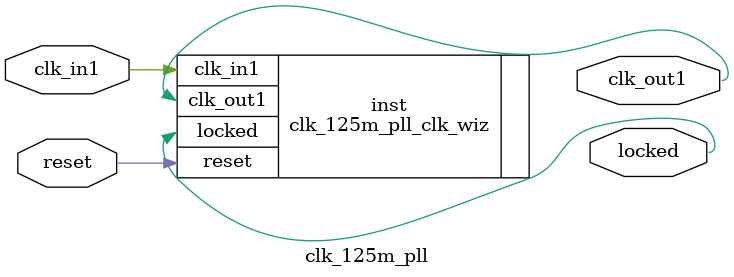
<source format=v>


`timescale 1ps/1ps

(* CORE_GENERATION_INFO = "clk_125m_pll,clk_wiz_v6_0_17_0_0,{component_name=clk_125m_pll,use_phase_alignment=false,use_min_o_jitter=false,use_max_i_jitter=false,use_dyn_phase_shift=false,use_inclk_switchover=false,use_dyn_reconfig=false,enable_axi=0,feedback_source=FDBK_AUTO,PRIMITIVE=MMCM,num_out_clk=1,clkin1_period=40.000,clkin2_period=10.0,use_power_down=false,use_reset=true,use_locked=true,use_inclk_stopped=false,feedback_type=SINGLE,CLOCK_MGR_TYPE=NA,manual_override=false}" *)

module clk_125m_pll 
 (
  // Clock out ports
  output        clk_out1,
  // Status and control signals
  input         reset,
  output        locked,
 // Clock in ports
  input         clk_in1
 );

  clk_125m_pll_clk_wiz inst
  (
  // Clock out ports  
  .clk_out1(clk_out1),
  // Status and control signals               
  .reset(reset), 
  .locked(locked),
 // Clock in ports
  .clk_in1(clk_in1)
  );

endmodule

</source>
